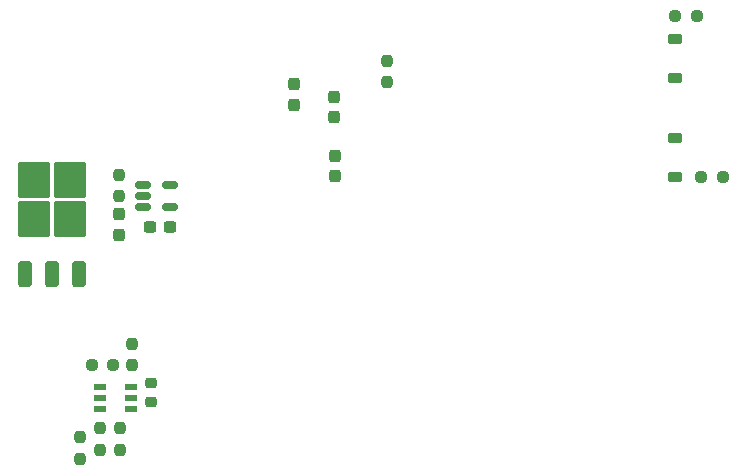
<source format=gbp>
%TF.GenerationSoftware,KiCad,Pcbnew,9.0.0*%
%TF.CreationDate,2025-03-30T14:17:43+09:00*%
%TF.ProjectId,v1000,76313030-302e-46b6-9963-61645f706362,rev?*%
%TF.SameCoordinates,Original*%
%TF.FileFunction,Paste,Bot*%
%TF.FilePolarity,Positive*%
%FSLAX46Y46*%
G04 Gerber Fmt 4.6, Leading zero omitted, Abs format (unit mm)*
G04 Created by KiCad (PCBNEW 9.0.0) date 2025-03-30 14:17:43*
%MOMM*%
%LPD*%
G01*
G04 APERTURE LIST*
G04 Aperture macros list*
%AMRoundRect*
0 Rectangle with rounded corners*
0 $1 Rounding radius*
0 $2 $3 $4 $5 $6 $7 $8 $9 X,Y pos of 4 corners*
0 Add a 4 corners polygon primitive as box body*
4,1,4,$2,$3,$4,$5,$6,$7,$8,$9,$2,$3,0*
0 Add four circle primitives for the rounded corners*
1,1,$1+$1,$2,$3*
1,1,$1+$1,$4,$5*
1,1,$1+$1,$6,$7*
1,1,$1+$1,$8,$9*
0 Add four rect primitives between the rounded corners*
20,1,$1+$1,$2,$3,$4,$5,0*
20,1,$1+$1,$4,$5,$6,$7,0*
20,1,$1+$1,$6,$7,$8,$9,0*
20,1,$1+$1,$8,$9,$2,$3,0*%
G04 Aperture macros list end*
%ADD10RoundRect,0.225000X0.375000X-0.225000X0.375000X0.225000X-0.375000X0.225000X-0.375000X-0.225000X0*%
%ADD11RoundRect,0.225000X-0.375000X0.225000X-0.375000X-0.225000X0.375000X-0.225000X0.375000X0.225000X0*%
%ADD12RoundRect,0.237500X0.237500X-0.300000X0.237500X0.300000X-0.237500X0.300000X-0.237500X-0.300000X0*%
%ADD13RoundRect,0.250000X0.350000X-0.850000X0.350000X0.850000X-0.350000X0.850000X-0.350000X-0.850000X0*%
%ADD14RoundRect,0.250000X1.125000X-1.275000X1.125000X1.275000X-1.125000X1.275000X-1.125000X-1.275000X0*%
%ADD15RoundRect,0.237500X-0.237500X0.250000X-0.237500X-0.250000X0.237500X-0.250000X0.237500X0.250000X0*%
%ADD16RoundRect,0.225000X-0.250000X0.225000X-0.250000X-0.225000X0.250000X-0.225000X0.250000X0.225000X0*%
%ADD17RoundRect,0.237500X-0.300000X-0.237500X0.300000X-0.237500X0.300000X0.237500X-0.300000X0.237500X0*%
%ADD18RoundRect,0.237500X0.250000X0.237500X-0.250000X0.237500X-0.250000X-0.237500X0.250000X-0.237500X0*%
%ADD19R,1.100000X0.600000*%
%ADD20RoundRect,0.237500X-0.250000X-0.237500X0.250000X-0.237500X0.250000X0.237500X-0.250000X0.237500X0*%
%ADD21RoundRect,0.237500X0.237500X-0.250000X0.237500X0.250000X-0.237500X0.250000X-0.237500X-0.250000X0*%
%ADD22RoundRect,0.237500X-0.237500X0.300000X-0.237500X-0.300000X0.237500X-0.300000X0.237500X0.300000X0*%
%ADD23RoundRect,0.150000X-0.512500X-0.150000X0.512500X-0.150000X0.512500X0.150000X-0.512500X0.150000X0*%
G04 APERTURE END LIST*
D10*
%TO.C,D6*%
X119270000Y-99020000D03*
X119270000Y-95720000D03*
%TD*%
D11*
%TO.C,D5*%
X119240000Y-87340000D03*
X119240000Y-90640000D03*
%TD*%
D12*
%TO.C,C20*%
X90390000Y-93950000D03*
X90390000Y-92225000D03*
%TD*%
D13*
%TO.C,U5*%
X68770000Y-107190000D03*
X66490000Y-107190000D03*
D14*
X64965000Y-102565000D03*
X68015000Y-102565000D03*
X64965000Y-99215000D03*
X68015000Y-99215000D03*
D13*
X64210000Y-107190000D03*
%TD*%
D15*
%TO.C,R22*%
X70540000Y-120247500D03*
X70540000Y-122072500D03*
%TD*%
D12*
%TO.C,C2*%
X72120000Y-103875000D03*
X72120000Y-102150000D03*
%TD*%
D16*
%TO.C,C25*%
X74910000Y-116470000D03*
X74910000Y-118020000D03*
%TD*%
D12*
%TO.C,C17*%
X86980000Y-92870000D03*
X86980000Y-91145000D03*
%TD*%
D17*
%TO.C,C1*%
X74745000Y-103260000D03*
X76470000Y-103260000D03*
%TD*%
D18*
%TO.C,R19*%
X121062500Y-85400000D03*
X119237500Y-85400000D03*
%TD*%
D15*
%TO.C,R23*%
X72280000Y-120260000D03*
X72280000Y-122085000D03*
%TD*%
D19*
%TO.C,IC2*%
X73140000Y-116740000D03*
X73140000Y-117690000D03*
X73140000Y-118640000D03*
X70540000Y-118640000D03*
X70540000Y-117690000D03*
X70540000Y-116740000D03*
%TD*%
D18*
%TO.C,R18*%
X123292500Y-99020000D03*
X121467500Y-99020000D03*
%TD*%
D20*
%TO.C,R24*%
X69835000Y-114950000D03*
X71660000Y-114950000D03*
%TD*%
D15*
%TO.C,R15*%
X94860000Y-89137500D03*
X94860000Y-90962500D03*
%TD*%
D21*
%TO.C,R20*%
X73220000Y-114942500D03*
X73220000Y-113117500D03*
%TD*%
D15*
%TO.C,R16*%
X72120000Y-98785000D03*
X72120000Y-100610000D03*
%TD*%
D22*
%TO.C,C3*%
X90490000Y-97205000D03*
X90490000Y-98930000D03*
%TD*%
D15*
%TO.C,R21*%
X68830000Y-121037500D03*
X68830000Y-122862500D03*
%TD*%
D23*
%TO.C,U6*%
X74182500Y-101560000D03*
X74182500Y-100610000D03*
X74182500Y-99660000D03*
X76457500Y-99660000D03*
X76457500Y-101560000D03*
%TD*%
M02*

</source>
